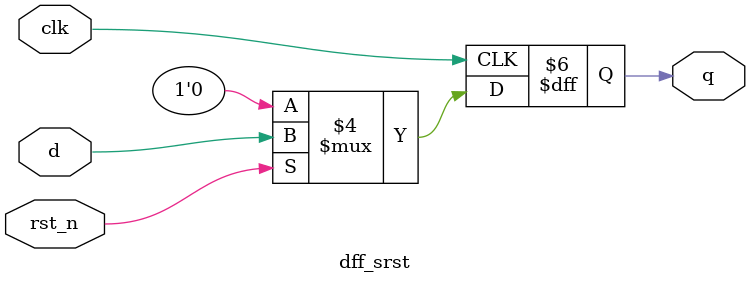
<source format=v>

module dff_srst
(
    input clk, rst_n,
    input d,
    output reg q
);

always @(posedge clk)
    if(!rst_n)
        q <= 0;
    else
        q <= d;

endmodule
</source>
